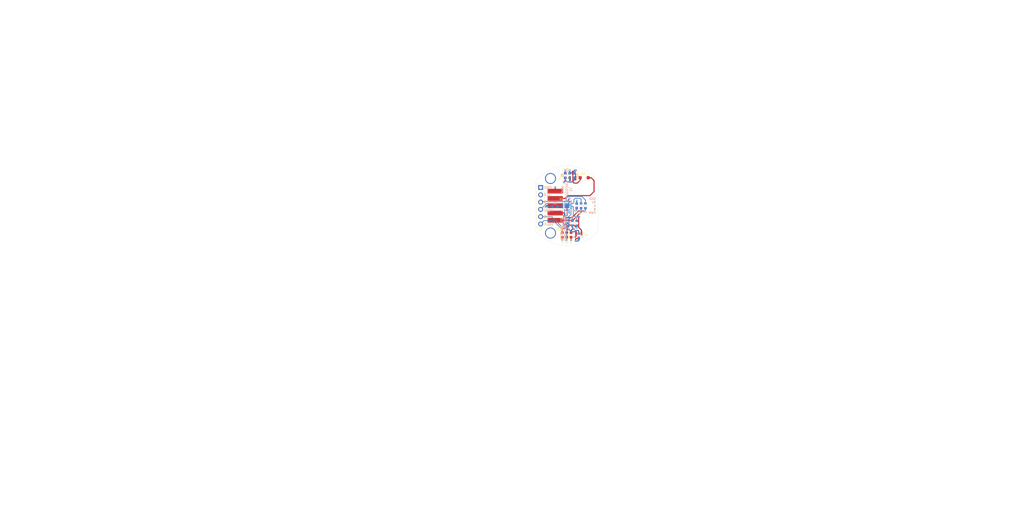
<source format=kicad_pcb>
(kicad_pcb (version 20240108) (generator "pcbnew") (generator_version "8.0")
  (title_block (title "Mag Encoder") (date "2024-08-25") (rev "1") (company "971 Spartan Robotics"))
  (layers (0 "F.Cu" signal) (1 "In1.Cu" signal) (2 "In2.Cu" signal) (31 "B.Cu" signal) (34 "B.Paste" user) (35 "F.Paste" user) (36 "B.SilkS" user "B.Silkscreen") (37 "F.SilkS" user "F.Silkscreen") (38 "B.Mask" user) (39 "F.Mask" user) (44 "Edge.Cuts" user))
  (net 0 "")
  (net 1 "+3.3V")
  (net 2 "GND")
  (net 3 "+5V")
  (net 4 "Net-(D4-A)")
  (net 5 "Net-(D1-K)")
  (net 6 "Net-(D3-A)")
  (net 7 "+5V_IN")
  (net 8 "Net-(D4-K)")
  (net 9 "/A")
  (net 10 "/B")
  (net 11 "/PWM")
  (net 12 "Net-(Q1-D)")
  (net 13 "Net-(Q1-G)")
  (net 14 "Net-(D5-A)")
  (net 15 "Net-(U2-B)")
  (net 16 "Net-(U2-PWM)")
  (net 17 "Net-(U2-A)")
  (net 19 "/MISO")
  (net 22 "/CS")
  (net 23 "/MOSI")
  (net 24 "/SCLK")
  (footprint "mag-encoder:pin-0.100" (layer "F.Cu") (at 224.8408 114.046 180)
    (property "Reference" "H1" (hide yes))
    (property "Value" "MountingHole")
    (pad "" thru_hole circle (at 0 0 180) (size 3.81 3.81) (drill 3.175) (layers "*.Cu" "*.Mask"))
  )
  (footprint "LED_SMD:LED_0603_1608Metric" (layer "F.Cu") (at 229.997 113.03 -90)
    (property "Reference" "D1" (at -0.0254 1.2446 90) (layer "F.SilkS") (effects (font (size 0.635 0.635) (thickness 0.127))))
    (property "Value" "ON" (at -2.3114 0 180) (layer "F.SilkS") (effects (font (size 0.635 0.635) (thickness 0.127) (bold yes))))
    (fp_line (start -1.485 0.735) (end 0.8 0.735) (stroke (width 0.12)) (layer "F.SilkS"))
    (fp_line (start -1.485 -0.735) (end -1.485 0.735) (stroke (width 0.12)) (layer "F.SilkS"))
    (fp_line (start 0.8 -0.735) (end -1.485 -0.735) (stroke (width 0.12)) (layer "F.SilkS"))
    (pad "1" smd roundrect (at -0.7875 0 270) (size 0.875 0.95) (layers "F.Cu" "F.Paste" "F.Mask") (net 5 "Net-(D1-K)"))
    (pad "2" smd roundrect (at 0.7875 0 270) (size 0.875 0.95) (layers "F.Cu" "F.Paste" "F.Mask") (net 1 "+3.3V"))
  )
  (footprint "LED_SMD:LED_0603_1608Metric" (layer "F.Cu") (at 228.981 133.731 90)
    (property "Reference" "D3" (at 2.032 -1.7272 90) (layer "F.SilkS") (effects (font (size 0.635 0.635) (thickness 0.127))))
    (property "Value" "LO" (at -2.5654 -0.008467 90) (layer "F.SilkS") (effects (font (size 0.635 0.635) (thickness 0.127) (bold yes))))
    (fp_line (start 0.8 -0.735) (end -1.485 -0.735) (stroke (width 0.12)) (layer "F.SilkS"))
    (fp_line (start -1.485 -0.735) (end -1.485 0.735) (stroke (width 0.12)) (layer "F.SilkS"))
    (fp_line (start -1.485 0.735) (end 0.8 0.735) (stroke (width 0.12)) (layer "F.SilkS"))
    (pad "1" smd roundrect (at -0.7875 0 90) (size 0.875 0.95) (layers "F.Cu" "F.Paste" "F.Mask") (net 2 "GND"))
    (pad "2" smd roundrect (at 0.7875 0 90) (size 0.875 0.95) (layers "F.Cu" "F.Paste" "F.Mask") (net 6 "Net-(D3-A)"))
  )
  (footprint "Package_TO_SOT_SMD:SOT-23" (layer "F.Cu") (at 234.696 134.112 -90)
    (property "Reference" "Q1" (at -0.3048 -2.6162 360) (layer "F.SilkS") (effects (font (size 0.635 0.635) (thickness 0.127))))
    (property "Value" "BSS84")
    (fp_line (start 0 1.56) (end -0.65 1.56) (stroke (width 0.12)) (layer "F.SilkS"))
    (fp_line (start 0 1.56) (end 0.65 1.56) (stroke (width 0.12)) (layer "F.SilkS"))
    (fp_line (start 0 -1.56) (end -0.65 -1.56) (stroke (width 0.12)) (layer "F.SilkS"))
    (fp_line (start 0 -1.56) (end 0.65 -1.56) (stroke (width 0.12)) (layer "F.SilkS"))
    (fp_poly (pts (xy -1.1625 -1.51) (xy -1.4025 -1.84) (xy -0.9225 -1.84) (xy -1.1625 -1.51)) (stroke (width 0.12)) (fill solid) (layer "F.SilkS"))
    (pad "1" smd roundrect (at -0.9375 -0.95 270) (size 1.475 0.6) (layers "F.Cu" "F.Paste" "F.Mask") (net 13 "Net-(Q1-G)"))
    (pad "2" smd roundrect (at -0.9375 0.95 270) (size 1.475 0.6) (layers "F.Cu" "F.Paste" "F.Mask") (net 1 "+3.3V"))
    (pad "3" smd roundrect (at 0.9375 0 270) (size 1.475 0.6) (layers "F.Cu" "F.Paste" "F.Mask") (net 12 "Net-(Q1-D)"))
  )
  (footprint "Package_TO_SOT_SMD:SOT-23" (layer "F.Cu") (at 232.6132 113.03 90)
    (property "Reference" "U1" (at 1.1176 1.4732 0) (layer "F.SilkS") (effects (font (size 0.635 0.635) (thickness 0.127))))
    (property "Value" "AP2120N-3.3TRG1")
    (fp_line (start 0 -1.56) (end 0.65 -1.56) (stroke (width 0.12)) (layer "F.SilkS"))
    (fp_line (start 0 -1.56) (end -0.65 -1.56) (stroke (width 0.12)) (layer "F.SilkS"))
    (fp_line (start 0 1.56) (end 0.65 1.56) (stroke (width 0.12)) (layer "F.SilkS"))
    (fp_line (start 0 1.56) (end -0.65 1.56) (stroke (width 0.12)) (layer "F.SilkS"))
    (fp_poly (pts (xy -1.1625 -1.51) (xy -1.4025 -1.84) (xy -0.9225 -1.84) (xy -1.1625 -1.51)) (stroke (width 0.12)) (fill solid) (layer "F.SilkS"))
    (pad "1" smd roundrect (at -0.9375 -0.95 90) (size 1.475 0.6) (layers "F.Cu" "F.Paste" "F.Mask") (net 2 "GND"))
    (pad "2" smd roundrect (at -0.9375 0.95 90) (size 1.475 0.6) (layers "F.Cu" "F.Paste" "F.Mask") (net 1 "+3.3V"))
    (pad "3" smd roundrect (at 0.9375 0 90) (size 1.475 0.6) (layers "F.Cu" "F.Paste" "F.Mask") (net 3 "+5V"))
  )
  (footprint "mag-encoder:Molex-70634-0039" (layer "F.Cu") (at 241.4778 123.571 90)
    (property "Reference" "J2" (at 9.4742 -13.5636 0) (layer "F.SilkS") (effects (font (size 0.635 0.635) (thickness 0.127))))
    (property "Value" "0015912055")
    (pad "" np_thru_hole circle (at -6.48 -4.3 90) (size 3.4 3.4) (drill 3.4) (layers "F&B.Cu" "*.Mask") (clearance 0.635))
    (pad "" np_thru_hole circle (at 6.48 -4.3 90) (size 3.4 3.4) (drill 3.4) (layers "F&B.Cu" "*.Mask") (clearance 0.635))
    (pad "1" smd roundrect (at 5.08 -14.99 90) (size 1.65 5.33) (layers "F.Cu" "F.Paste" "F.Mask") (roundrect_rratio 0.07352941176) (net 2 "GND"))
    (pad "2" smd roundrect (at 2.54 -14.99 90) (size 1.65 5.33) (layers "F.Cu" "F.Paste" "F.Mask") (roundrect_rratio 0.07352941176) (net 7 "+5V_IN"))
    (pad "3" smd roundrect (at 0 -14.99 90) (size 1.65 5.33) (layers "F.Cu" "F.Paste" "F.Mask") (roundrect_rratio 0.07352941176) (net 9 "/A"))
    (pad "4" smd roundrect (at -2.54 -14.99 90) (size 1.65 5.33) (layers "F.Cu" "F.Paste" "F.Mask") (roundrect_rratio 0.07352941176) (net 10 "/B"))
    (pad "5" smd roundrect (at -5.08 -14.99 90) (size 1.65 5.33) (layers "F.Cu" "F.Paste" "F.Mask") (roundrect_rratio 0.07352941176) (net 11 "/PWM"))
  )
  (footprint "LED_SMD:LED_0603_1608Metric" (layer "F.Cu") (at 230.505 133.731 90)
    (property "Reference" "D4" (at 2.032 -2.3876 90) (layer "F.SilkS") (effects (font (size 0.635 0.635) (thickness 0.127))))
    (property "Value" "OK" (at -2.504924 0.008466 90) (layer "F.SilkS") (effects (font (size 0.635 0.635) (thickness 0.127) (bold yes))))
    (fp_line (start 0.8 -0.735) (end -1.485 -0.735) (stroke (width 0.12)) (layer "F.SilkS"))
    (fp_line (start -1.485 -0.735) (end -1.485 0.735) (stroke (width 0.12)) (layer "F.SilkS"))
    (fp_line (start -1.485 0.735) (end 0.8 0.735) (stroke (width 0.12)) (layer "F.SilkS"))
    (pad "1" smd roundrect (at -0.7875 0 90) (size 0.875 0.95) (layers "F.Cu" "F.Paste" "F.Mask") (net 8 "Net-(D4-K)"))
    (pad "2" smd roundrect (at 0.7875 0 90) (size 0.875 0.95) (layers "F.Cu" "F.Paste" "F.Mask") (net 4 "Net-(D4-A)"))
  )
  (footprint "Connector_PinHeader_2.54mm:PinHeader_1x06_P2.54mm_Vertical" (layer "F.Cu") (at 221.4118 117.221)
    (property "Reference" "J1" (at 0.0508 14.7066 0) (layer "F.SilkS") (effects (font (size 0.635 0.635) (thickness 0.127) (bold yes))))
    (property "Value" "CONFIG")
    (fp_line (start -1.33 -1.33) (end 0 -1.33) (stroke (width 0.12)) (layer "F.SilkS"))
    (fp_line (start -1.33 0) (end -1.33 -1.33) (stroke (width 0.12)) (layer "F.SilkS"))
    (fp_line (start -1.33 1.27) (end -1.33 14.03) (stroke (width 0.12)) (layer "F.SilkS"))
    (fp_line (start -1.33 1.27) (end 1.33 1.27) (stroke (width 0.12)) (layer "F.SilkS"))
    (fp_line (start -1.33 14.03) (end 1.33 14.03) (stroke (width 0.12)) (layer "F.SilkS"))
    (fp_line (start 1.33 1.27) (end 1.33 14.03) (stroke (width 0.12)) (layer "F.SilkS"))
    (pad "1" thru_hole rect (at 0 0) (size 1.7 1.7) (drill 1) (layers "*.Cu" "*.Mask") (net 2 "GND"))
    (pad "2" thru_hole oval (at 0 2.54) (size 1.7 1.7) (drill 1) (layers "*.Cu" "*.Mask") (net 1 "+3.3V"))
    (pad "3" thru_hole oval (at 0 5.08) (size 1.7 1.7) (drill 1) (layers "*.Cu" "*.Mask") (net 22 "/CS"))
    (pad "4" thru_hole oval (at 0 7.62) (size 1.7 1.7) (drill 1) (layers "*.Cu" "*.Mask") (net 23 "/MOSI"))
    (pad "5" thru_hole oval (at 0 10.16) (size 1.7 1.7) (drill 1) (layers "*.Cu" "*.Mask") (net 19 "/MISO"))
    (pad "6" thru_hole oval (at 0 12.7) (size 1.7 1.7) (drill 1) (layers "*.Cu" "*.Mask") (net 24 "/SCLK"))
  )
  (footprint "Diode_SMD:D_SOD-123F" (layer "F.Cu") (at 236.601 113.792)
    (property "Reference" "D2" (at -0.381 -1.5748 360) (layer "F.SilkS") (effects (font (size 0.635 0.635) (thickness 0.127))))
    (property "Value" "NRVB120VLSFT1G")
    (fp_line (start -2.21 -1) (end -2.21 1) (stroke (width 0.12)) (layer "F.SilkS"))
    (fp_line (start -2.21 -1) (end 1.65 -1) (stroke (width 0.12)) (layer "F.SilkS"))
    (fp_line (start -2.21 1) (end 1.65 1) (stroke (width 0.12)) (layer "F.SilkS"))
    (pad "1" smd roundrect (at -1.4 0) (size 1.1 1.1) (layers "F.Cu" "F.Paste" "F.Mask") (roundrect_rratio 0.2272727273) (net 3 "+5V"))
    (pad "2" smd roundrect (at 1.4 0) (size 1.1 1.1) (layers "F.Cu" "F.Paste" "F.Mask") (roundrect_rratio 0.2272727273) (net 7 "+5V_IN"))
  )
  (footprint "LED_SMD:LED_0603_1608Metric" (layer "F.Cu") (at 232.029 133.731 90)
    (property "Reference" "D5" (at 2.032 -3.048 90) (layer "F.SilkS") (effects (font (size 0.635 0.635) (thickness 0.127))))
    (property "Value" "HI" (at -2.671234 -0.0254 90) (layer "F.SilkS") (effects (font (size 0.635 0.635) (thickness 0.127) (bold yes))))
    (fp_line (start 0.8 -0.735) (end -1.485 -0.735) (stroke (width 0.12)) (layer "F.SilkS"))
    (fp_line (start -1.485 -0.735) (end -1.485 0.735) (stroke (width 0.12)) (layer "F.SilkS"))
    (fp_line (start -1.485 0.735) (end 0.8 0.735) (stroke (width 0.12)) (layer "F.SilkS"))
    (pad "1" smd roundrect (at -0.7875 0 90) (size 0.875 0.95) (layers "F.Cu" "F.Paste" "F.Mask") (net 2 "GND"))
    (pad "2" smd roundrect (at 0.7875 0 90) (size 0.875 0.95) (layers "F.Cu" "F.Paste" "F.Mask") (net 14 "Net-(D5-A)"))
  )
  (footprint "mag-encoder:pin-0.100" (layer "F.Cu") (at 224.8408 133.096 180)
    (property "Reference" "H2" (hide yes))
    (property "Value" "MountingHole")
    (pad "" thru_hole circle (at 0 0 180) (size 3.81 3.81) (drill 3.175) (layers "*.Cu" "*.Mask"))
  )
  (footprint "Resistor_SMD:R_0603_1608Metric" (layer "B.Cu") (at 226.3648 123.825 180)
    (property "Reference" "R4" (at 0.0254 1.0922 0) (layer "B.SilkS") (effects (font (size 0.635 0.635) (thickness 0.127)) (justify mirror)))
    (property "Value" "100R-1%-0603")
    (fp_line (start 0.237258 0.5225) (end -0.237258 0.5225) (stroke (width 0.12)) (layer "B.SilkS"))
    (fp_line (start 0.237258 -0.5225) (end -0.237258 -0.5225) (stroke (width 0.12)) (layer "B.SilkS"))
    (pad "1" smd roundrect (at -0.825 0 180) (size 0.8 0.95) (layers "B.Cu" "B.Paste" "B.Mask") (net 17 "Net-(U2-A)"))
    (pad "2" smd roundrect (at 0.825 0 180) (size 0.8 0.95) (layers "B.Cu" "B.Paste" "B.Mask") (net 9 "/A"))
  )
  (footprint "Capacitor_SMD:C_0603_1608Metric" (layer "B.Cu") (at 233.9848 123.571 90)
    (property "Reference" "C3" (at -2.032 0.0508 90) (layer "B.SilkS") (effects (font (size 0.635 0.635) (thickness 0.127)) (justify mirror)))
    (property "Value" "1uF-10%-25V-0603")
    (fp_line (start 0.14058 -0.51) (end -0.14058 -0.51) (stroke (width 0.12)) (layer "B.SilkS"))
    (fp_line (start 0.14058 0.51) (end -0.14058 0.51) (stroke (width 0.12)) (layer "B.SilkS"))
    (pad "1" smd roundrect (at -0.775 0 90) (size 0.9 0.95) (layers "B.Cu" "B.Paste" "B.Mask") (net 1 "+3.3V"))
    (pad "2" smd roundrect (at 0.775 0 90) (size 0.9 0.95) (layers "B.Cu" "B.Paste" "B.Mask") (net 2 "GND"))
  )
  (footprint "Capacitor_SMD:C_0603_1608Metric" (layer "B.Cu") (at 231.521 113.03 -90)
    (property "Reference" "C2" (at -1.8542 0.5842 90) (layer "B.SilkS") (effects (font (size 0.635 0.635) (thickness 0.127)) (justify mirror)))
    (property "Value" "1uF-10%-25V-0603")
    (fp_line (start 0.14058 0.51) (end -0.14058 0.51) (stroke (width 0.12)) (layer "B.SilkS"))
    (fp_line (start 0.14058 -0.51) (end -0.14058 -0.51) (stroke (width 0.12)) (layer "B.SilkS"))
    (pad "1" smd roundrect (at -0.775 0 270) (size 0.9 0.95) (layers "B.Cu" "B.Paste" "B.Mask") (net 3 "+5V"))
    (pad "2" smd roundrect (at 0.775 0 270) (size 0.9 0.95) (layers "B.Cu" "B.Paste" "B.Mask") (net 2 "GND"))
  )
  (footprint "Resistor_SMD:R_0603_1608Metric" (layer "B.Cu") (at 232.4608 129.667 -90)
    (property "Reference" "R6" (at -2.0828 0 90) (layer "B.SilkS") (effects (font (size 0.635 0.635) (thickness 0.127)) (justify mirror)))
    (property "Value" "1.00k-1%-0603")
    (fp_line (start 0.237258 0.5225) (end -0.237258 0.5225) (stroke (width 0.12)) (layer "B.SilkS"))
    (fp_line (start 0.237258 -0.5225) (end -0.237258 -0.5225) (stroke (width 0.12)) (layer "B.SilkS"))
    (pad "1" smd roundrect (at -0.825 0 270) (size 0.8 0.95) (layers "B.Cu" "B.Paste" "B.Mask") (net 8 "Net-(D4-K)"))
    (pad "2" smd roundrect (at 0.825 0 270) (size 0.8 0.95) (layers "B.Cu" "B.Paste" "B.Mask") (net 14 "Net-(D5-A)"))
  )
  (footprint "Resistor_SMD:R_0603_1608Metric" (layer "B.Cu") (at 234.696 134.112 90)
    (property "Reference" "R7" (at -0.0254 1.2446 90) (layer "B.SilkS") (effects (font (size 0.635 0.635) (thickness 0.127)) (justify mirror)))
    (property "Value" "1.00k-1%-0603")
    (fp_line (start 0.237258 -0.5225) (end -0.237258 -0.5225) (stroke (width 0.12)) (layer "B.SilkS"))
    (fp_line (start 0.237258 0.5225) (end -0.237258 0.5225) (stroke (width 0.12)) (layer "B.SilkS"))
    (pad "1" smd roundrect (at -0.825 0 90) (size 0.8 0.95) (layers "B.Cu" "B.Paste" "B.Mask") (net 12 "Net-(Q1-D)"))
    (pad "2" smd roundrect (at 0.825 0 90) (size 0.8 0.95) (layers "B.Cu" "B.Paste" "B.Mask") (net 4 "Net-(D4-A)"))
  )
  (footprint "Resistor_SMD:R_0603_1608Metric" (layer "B.Cu") (at 237.0328 123.571 -90)
    (property "Reference" "R2" (at 2.032 0 90) (layer "B.SilkS") (effects (font (size 0.635 0.635) (thickness 0.127)) (justify mirror)))
    (property "Value" "100R-1%-0603")
    (fp_line (start 0.237258 0.5225) (end -0.237258 0.5225) (stroke (width 0.12)) (layer "B.SilkS"))
    (fp_line (start 0.237258 -0.5225) (end -0.237258 -0.5225) (stroke (width 0.12)) (layer "B.SilkS"))
    (pad "1" smd roundrect (at -0.825 0 270) (size 0.8 0.95) (layers "B.Cu" "B.Paste" "B.Mask") (net 15 "Net-(U2-B)"))
    (pad "2" smd roundrect (at 0.825 0 270) (size 0.8 0.95) (layers "B.Cu" "B.Paste" "B.Mask") (net 10 "/B"))
  )
  (footprint "Resistor_SMD:R_0603_1608Metric" (layer "B.Cu") (at 235.5088 123.571 -90)
    (property "Reference" "R3" (at 2.032 0 90) (layer "B.SilkS") (effects (font (size 0.635 0.635) (thickness 0.127)) (justify mirror)))
    (property "Value" "100R-1%-0603")
    (fp_line (start 0.237258 0.5225) (end -0.237258 0.5225) (stroke (width 0.12)) (layer "B.SilkS"))
    (fp_line (start 0.237258 -0.5225) (end -0.237258 -0.5225) (stroke (width 0.12)) (layer "B.SilkS"))
    (pad "1" smd roundrect (at -0.825 0 270) (size 0.8 0.95) (layers "B.Cu" "B.Paste" "B.Mask") (net 16 "Net-(U2-PWM)"))
    (pad "2" smd roundrect (at 0.825 0 270) (size 0.8 0.95) (layers "B.Cu" "B.Paste" "B.Mask") (net 11 "/PWM"))
  )
  (footprint "Capacitor_SMD:C_0603_1608Metric" (layer "B.Cu") (at 233.045 113.03 -90)
    (property "Reference" "C1" (at 0 -1.1176 90) (layer "B.SilkS") (effects (font (size 0.635 0.635) (thickness 0.127) (bold yes)) (justify mirror)))
    (property "Value" "1uF-10%-25V-0603")
    (fp_line (start 0.14058 0.51) (end -0.14058 0.51) (stroke (width 0.12)) (layer "B.SilkS"))
    (fp_line (start 0.14058 -0.51) (end -0.14058 -0.51) (stroke (width 0.12)) (layer "B.SilkS"))
    (pad "1" smd roundrect (at -0.775 0 270) (size 0.9 0.95) (layers "B.Cu" "B.Paste" "B.Mask") (net 1 "+3.3V"))
    (pad "2" smd roundrect (at 0.775 0 270) (size 0.9 0.95) (layers "B.Cu" "B.Paste" "B.Mask") (net 2 "GND"))
  )
  (footprint "mag-encoder:QFN-16-1EP_3x3mm_P0.5mm_EP1.7x1.7mm" (layer "B.Cu") (at 230.5558 123.571)
    (property "Reference" "U2" (at -1.9304 -2.3368 0) (layer "B.SilkS") (effects (font (size 0.635 0.635) (thickness 0.127)) (justify mirror)))
    (property "Value" "MA732GQ")
    (fp_line (start -1.61 -1.61) (end -1.135 -1.61) (stroke (width 0.12)) (layer "B.SilkS"))
    (fp_line (start -1.61 -1.135) (end -1.61 -1.61) (stroke (width 0.12)) (layer "B.SilkS"))
    (fp_line (start -1.61 1.37) (end -1.61 1.135) (stroke (width 0.12)) (layer "B.SilkS"))
    (fp_line (start -1.31 1.61) (end -1.135 1.61) (stroke (width 0.12)) (layer "B.SilkS"))
    (fp_line (start 1.61 -1.61) (end 1.135 -1.61) (stroke (width 0.12)) (layer "B.SilkS"))
    (fp_line (start 1.61 -1.135) (end 1.61 -1.61) (stroke (width 0.12)) (layer "B.SilkS"))
    (fp_line (start 1.61 1.135) (end 1.61 1.61) (stroke (width 0.12)) (layer "B.SilkS"))
    (fp_line (start 1.61 1.61) (end 1.135 1.61) (stroke (width 0.12)) (layer "B.SilkS"))
    (fp_poly (pts (xy -1.61 1.61) (xy -1.85 1.94) (xy -1.37 1.94) (xy -1.61 1.61)) (stroke (width 0.12)) (fill solid) (layer "B.SilkS"))
    (pad "1" smd roundrect (at -1.45 0.738) (size 0.7 0.25) (layers "B.Cu" "B.Paste" "B.Mask"))
    (pad "2" smd roundrect (at -1.45 0.238) (size 0.7 0.25) (layers "B.Cu" "B.Paste" "B.Mask") (net 17 "Net-(U2-A)"))
    (pad "3" smd roundrect (at -1.45 -0.262) (size 0.7 0.25) (layers "B.Cu" "B.Paste" "B.Mask"))
    (pad "4" smd roundrect (at -1.45 -0.762) (size 0.7 0.25) (layers "B.Cu" "B.Paste" "B.Mask") (net 23 "/MOSI"))
    (pad "5" smd roundrect (at -0.75 -1.45) (size 0.25 0.7) (layers "B.Cu" "B.Paste" "B.Mask") (net 22 "/CS"))
    (pad "6" smd roundrect (at -0.25 -1.45) (size 0.25 0.7) (layers "B.Cu" "B.Paste" "B.Mask") (net 15 "Net-(U2-B)"))
    (pad "7" smd roundrect (at 0.25 -1.45) (size 0.25 0.7) (layers "B.Cu" "B.Paste" "B.Mask") (net 19 "/MISO"))
    (pad "8" smd roundrect (at 0.75 -1.45) (size 0.25 0.7) (layers "B.Cu" "B.Paste" "B.Mask") (net 2 "GND"))
    (pad "9" smd roundrect (at 1.45 -0.75) (size 0.7 0.25) (layers "B.Cu" "B.Paste" "B.Mask") (net 16 "Net-(U2-PWM)"))
    (pad "10" smd roundrect (at 1.45 -0.25) (size 0.7 0.25) (layers "B.Cu" "B.Paste" "B.Mask") (net 2 "GND"))
    (pad "11" smd roundrect (at 1.45 0.25) (size 0.7 0.25) (layers "B.Cu" "B.Paste" "B.Mask") (net 13 "Net-(Q1-G)"))
    (pad "12" smd roundrect (at 1.45 0.75) (size 0.7 0.25) (layers "B.Cu" "B.Paste" "B.Mask") (net 24 "/SCLK"))
    (pad "13" smd roundrect (at 0.75 1.45) (size 0.25 0.7) (layers "B.Cu" "B.Paste" "B.Mask") (net 1 "+3.3V"))
    (pad "14" smd roundrect (at 0.25 1.45) (size 0.25 0.7) (layers "B.Cu" "B.Paste" "B.Mask"))
    (pad "15" smd roundrect (at -0.25 1.45) (size 0.25 0.7) (layers "B.Cu" "B.Paste" "B.Mask"))
    (pad "16" smd roundrect (at -0.75 1.45) (size 0.25 0.7) (layers "B.Cu" "B.Paste" "B.Mask") (net 8 "Net-(D4-K)"))
    (pad "17" smd rect (at 0 0) (size 1.7 1.7) (property pad_prop_heatsink) (layers "B.Cu" "B.Mask") (net 2 "GND"))
  )
  (footprint "Resistor_SMD:R_0603_1608Metric" (layer "B.Cu") (at 233.9848 129.667 -90)
    (property "Reference" "R5" (at -2.0828 0.1016 90) (layer "B.SilkS") (effects (font (size 0.635 0.635) (thickness 0.127)) (justify mirror)))
    (property "Value" "1.00k-1%-0603")
    (fp_line (start 0.237258 0.5225) (end -0.237258 0.5225) (stroke (width 0.12)) (layer "B.SilkS"))
    (fp_line (start 0.237258 -0.5225) (end -0.237258 -0.5225) (stroke (width 0.12)) (layer "B.SilkS"))
    (pad "1" smd roundrect (at -0.825 0 270) (size 0.8 0.95) (layers "B.Cu" "B.Paste" "B.Mask") (net 13 "Net-(Q1-G)"))
    (pad "2" smd roundrect (at 0.825 0 270) (size 0.8 0.95) (layers "B.Cu" "B.Paste" "B.Mask") (net 6 "Net-(D3-A)"))
  )
  (footprint "Resistor_SMD:R_0603_1608Metric" (layer "B.Cu") (at 229.997 113.03 -90)
    (property "Reference" "R1" (at 0 1.1176 90) (layer "B.SilkS") (effects (font (size 0.635 0.635) (thickness 0.127) (bold yes)) (justify mirror)))
    (property "Value" "1.00k-1%-0603")
    (fp_line (start 0.237258 0.5225) (end -0.237258 0.5225) (stroke (width 0.12)) (layer "B.SilkS"))
    (fp_line (start 0.237258 -0.5225) (end -0.237258 -0.5225) (stroke (width 0.12)) (layer "B.SilkS"))
    (pad "1" smd roundrect (at -0.825 0 270) (size 0.8 0.95) (layers "B.Cu" "B.Paste" "B.Mask") (net 5 "Net-(D1-K)"))
    (pad "2" smd roundrect (at 0.825 0 270) (size 0.8 0.95) (layers "B.Cu" "B.Paste" "B.Mask") (net 2 "GND"))
  )
  (gr_line (start 226.7966 130.81) (end 229.235 130.81) (stroke (width 0.1)) (layer "F.SilkS"))
  (gr_line (start 229.235 130.81) (end 228.9556 131.0386) (stroke (width 0.1)) (layer "F.SilkS"))
  (gr_line (start 229.235 130.81) (end 228.9556 130.5814) (stroke (width 0.1)) (layer "F.SilkS"))
  (gr_line (start 241.4778 114.935) (end 241.4778 132.207) (stroke (width 0.05)) (layer "Edge.Cuts"))
  (gr_line (start 219.6338 114.935) (end 219.6338 132.207) (stroke (width 0.05)) (layer "Edge.Cuts"))
  (gr_arc (start 241.4778 132.207) (mid 230.560775 137.489921) (end 219.63998 132.214799) (stroke (width 0.05)) (layer "Edge.Cuts"))
  (gr_arc (start 219.6338 114.935) (mid 230.5558 109.642432) (end 241.4778 114.935) (stroke (width 0.05)) (layer "Edge.Cuts"))
  (gr_text "CS" (at 222.504 122.301 0) (layer "B.SilkS") (effects (font (size 0.889 0.889) (thickness 0.1524) (bold yes)) (justify right mirror)))
  (gr_text "GND" (at 222.504 117.2464 0) (layer "B.SilkS") (effects (font (size 0.889 0.889) (thickness 0.1524) (bold yes)) (justify right mirror)))
  (gr_text "MISO" (at 222.504 127.381 0) (layer "B.SilkS") (effects (font (size 0.889 0.889) (thickness 0.1524) (bold yes)) (justify right mirror)))
  (gr_text "3V3" (at 222.504 119.761 0) (layer "B.SilkS") (effects (font (size 0.889 0.889) (thickness 0.1524) (bold yes)) (justify right mirror)))
  (gr_text "GND\n5V\nA\nB\nPWM" (at 240.7666 123.5964 -0) (layer "B.SilkS") (effects (font (size 0.762 0.762) (thickness 0.1524) (bold yes)) (justify left mirror)))
  (gr_text "971 SPARTAN\nROBOTICS 2024" (at 228.3968 131.572 90) (layer "B.SilkS") (effects (font (size 0.762 0.762) (thickness 0.1524) (bold yes)) (justify top mirror)))
  (gr_text "MOSI" (at 222.504 125.222 0) (layer "B.SilkS") (effects (font (size 0.889 0.889) (thickness 0.1524) (bold yes)) (justify right mirror)))
  (gr_text "MAG\nENCODER\nV1" (at 230.5558 117.983 90) (layer "B.SilkS") (effects (font (size 0.889 0.889) (thickness 0.1524) (bold yes)) (justify mirror)))
  (gr_text "SCLK" (at 222.504 129.921 0) (layer "B.SilkS") (effects (font (size 0.889 0.889) (thickness 0.1524) (bold yes)) (justify right mirror)))
  (gr_text "1" (at 224.917 116.9416 90) (layer "F.SilkS") (effects (font (size 0.889 0.889) (thickness 0.1524) (bold yes)) (justify bottom)))
  (gr_text "5" (at 224.8916 130.2258 90) (layer "F.SilkS") (effects (font (size 0.889 0.889) (thickness 0.1524) (bold yes)) (justify bottom)))
  (segment (start 233.2482 134.5184) (end 233.4514 134.5184) (width 0.381) (layer "F.Cu") (net 1))
  (segment (start 233.7054 111.1758) (end 233.553 111.3282) (width 0.381) (layer "F.Cu") (net 1))
  (segment (start 233.4514 134.5184) (end 233.746 134.2238) (width 0.381) (layer "F.Cu") (net 1))
  (segment (start 229.997 113.8175) (end 229.997 114.9096) (width 0.381) (layer "F.Cu") (net 1))
  (segment (start 233.553 113.9573) (end 233.5632 113.9675) (width 0.381) (layer "F.Cu") (net 1))
  (segment (start 229.997 114.9096) (end 229.489 115.4176) (width 0.381) (layer "F.Cu") (net 1))
  (segment (start 233.746 134.2238) (end 233.746 133.1745) (width 0.381) (layer "F.Cu") (net 1))
  (segment (start 233.553 111.3282) (end 233.553 113.9573) (width 0.381) (layer "F.Cu") (net 1))
  (via (at 233.7054 111.1758) (size 0.6) (drill 0.3) (layers "F.Cu" "B.Cu") (net 1))
  (via (at 233.4641 125.2601) (size 0.6096) (drill 0.3048) (layers "F.Cu" "B.Cu") (net 1))
  (via (at 231.3178 125.984) (size 0.6096) (drill 0.3048) (layers "F.Cu" "B.Cu") (net 1))
  (via (at 233.2482 134.5184) (size 0.6) (drill 0.3) (layers "F.Cu" "B.Cu") (net 1))
  (via (at 229.489 115.4176) (size 0.6) (drill 0.3) (layers "F.Cu" "B.Cu") (net 1))
  (segment (start 233.045 111.4044) (end 233.2736 111.1758) (width 0.381) (layer "B.Cu") (net 1))
  (segment (start 233.045 112.255) (end 233.045 111.4044) (width 0.381) (layer "B.Cu") (net 1))
  (segment (start 233.7689 125.2601) (end 233.9848 125.0442) (width 0.381) (layer "B.Cu") (net 1))
  (segment (start 233.2736 111.1758) (end 233.7054 111.1758) (width 0.381) (layer "B.Cu") (net 1))
  (segment (start 233.4641 125.2601) (end 233.7689 125.2601) (width 0.381) (layer "B.Cu") (net 1))
  (segment (start 231.3058 125.021) (end 231.3058 125.972) (width 0.254) (layer "B.Cu") (net 1))
  (segment (start 233.9848 125.0442) (end 233.9848 124.346) (width 0.381) (layer "B.Cu") (net 1))
  (segment (start 231.3058 125.972) (end 231.3178 125.984) (width 0.254) (layer "B.Cu") (net 1))
  (segment (start 231.6632 113.9675) (end 231.6632 115.255) (width 0.381) (layer "F.Cu") (net 2))
  (segment (start 232.029 134.5185) (end 232.029 135.509) (width 0.381) (layer "F.Cu") (net 2))
  (segment (start 228.981 134.5185) (end 228.981 135.4836) (width 0.381) (layer "F.Cu") (net 2))
  (segment (start 226.4878 117.098) (end 226.4918 117.094) (width 0.381) (layer "F.Cu") (net 2))
  (segment (start 228.981 135.4836) (end 228.9556 135.509) (width 0.381) (layer "F.Cu") (net 2))
  (segment (start 231.6632 115.255) (end 231.6734 115.2652) (width 0.381) (layer "F.Cu") (net 2))
  (segment (start 226.4878 118.491) (end 226.4878 117.098) (width 0.381) (layer "F.Cu") (net 2))
  (via (at 231.6734 115.2652) (size 0.6) (drill 0.3) (layers "F.Cu" "B.Cu") (net 2))
  (via (at 226.4918 117.094) (size 0.6096) (drill 0.3048) (layers "F.Cu" "B.Cu") (net 2))
  (via (at 232.0036 122.0978) (size 0.6096) (drill 0.3048) (layers "F.Cu" "B.Cu") (net 2))
  (via (at 228.9556 135.509) (size 0.6) (drill 0.3) (layers "F.Cu" "B.Cu") (net 2))
  (via (at 232.029 135.509) (size 0.6) (drill 0.3) (layers "F.Cu" "B.Cu") (net 2))
  (via (at 233.9848 121.793) (size 0.6096) (drill 0.3048) (layers "F.Cu" "B.Cu") (net 2))
  (segment (start 231.521 115.1128) (end 231.6734 115.2652) (width 0.381) (layer "B.Cu") (net 2))
  (segment (start 231.308 122.1232) (end 231.9782 122.1232) (width 0.254) (layer "B.Cu") (net 2))
  (segment (start 231.3058 122.121) (end 231.3058 122.560024) (width 0.254) (layer "B.Cu") (net 2))
  (segment (start 230.6574 115.2652) (end 231.6734 115.2652) (width 0.381) (layer "B.Cu") (net 2))
  (segment (start 231.2875 122.578324) (end 231.2875 122.8393) (width 0.254) (layer "B.Cu") (net 2))
  (segment (start 231.3058 122.121) (end 231.308 122.1232) (width 0.254) (layer "B.Cu") (net 2))
  (segment (start 231.9782 122.1232) (end 232.0036 122.0978) (width 0.254) (layer "B.Cu") (net 2))
  (segment (start 232.0058 123.321) (end 230.8058 123.321) (width 0.254) (layer "B.Cu") (net 2))
  (segment (start 229.997 114.6048) (end 230.6574 115.2652) (width 0.381) (layer "B.Cu") (net 2))
  (segment (start 231.3058 122.560024) (end 231.2875 122.578324) (width 0.254) (layer "B.Cu") (net 2))
  (segment (start 230.8058 123.321) (end 230.5558 123.571) (width 0.254) (layer "B.Cu") (net 2))
  (segment (start 231.2875 122.8393) (end 230.5558 123.571) (width 0.254) (layer "B.Cu") (net 2))
  (segment (start 233.045 113.805) (end 233.045 114.8588) (width 0.381) (layer "B.Cu") (net 2))
  (segment (start 229.997 113.855) (end 229.997 114.6048) (width 0.381) (layer "B.Cu") (net 2))
  (segment (start 233.045 114.8588) (end 232.6386 115.2652) (width 0.381) (layer "B.Cu") (net 2))
  (segment (start 232.6386 115.2652) (end 231.6734 115.2652) (width 0.381) (layer "B.Cu") (net 2))
  (segment (start 231.521 113.805) (end 231.521 115.1128) (width 0.381) (layer "B.Cu") (net 2))
  (segment (start 233.9848 122.796) (end 233.9848 121.793) (width 0.381) (layer "B.Cu") (net 2))
  (segment (start 235.201 113.792) (end 235.201 114.6586) (width 0.381) (layer "F.Cu") (net 3))
  (segment (start 234.188 115.6716) (end 233.045 115.6716) (width 0.381) (layer "F.Cu") (net 3))
  (segment (start 232.6132 112.0925) (end 231.9043 112.0925) (width 0.381) (layer "F.Cu") (net 3))
  (segment (start 235.201 114.6586) (end 234.188 115.6716) (width 0.381) (layer "F.Cu") (net 3))
  (segment (start 233.045 115.6716) (end 232.6132 115.2398) (width 0.381) (layer "F.Cu") (net 3))
  (segment (start 231.5464 111.7346) (end 231.5464 111.2266) (width 0.381) (layer "F.Cu") (net 3))
  (segment (start 231.9043 112.0925) (end 231.5464 111.7346) (width 0.381) (layer "F.Cu") (net 3))
  (segment (start 232.6132 115.2398) (end 232.6132 112.0925) (width 0.381) (layer "F.Cu") (net 3))
  (via (at 231.5464 111.2266) (size 0.6) (drill 0.3) (layers "F.Cu" "B.Cu") (net 3))
  (segment (start 231.521 112.255) (end 231.521 111.252) (width 0.381) (layer "B.Cu") (net 3))
  (segment (start 231.521 111.252) (end 231.5464 111.2266) (width 0.381) (layer "B.Cu") (net 3))
  (segment (start 230.8352 131.826) (end 231.2924 131.826) (width 0.381) (layer "F.Cu") (net 4))
  (segment (start 230.505 132.9435) (end 230.505 132.1562) (width 0.381) (layer "F.Cu") (net 4))
  (segment (start 230.505 132.1562) (end 230.8352 131.826) (width 0.381) (layer "F.Cu") (net 4))
  (via (at 231.2924 131.826) (size 0.6) (drill 0.3) (layers "F.Cu" "B.Cu") (net 4))
  (segment (start 234.4166 132.1816) (end 233.597322 132.1816) (width 0.381) (layer "B.Cu") (net 4))
  (segment (start 234.696 133.287) (end 234.696 132.461) (width 0.381) (layer "B.Cu") (net 4))
  (segment (start 233.597322 132.1816) (end 233.140122 132.6388) (width 0.381) (layer "B.Cu") (net 4))
  (segment (start 234.696 132.461) (end 234.4166 132.1816) (width 0.381) (layer "B.Cu") (net 4))
  (segment (start 232.1052 132.6388) (end 231.2924 131.826) (width 0.381) (layer "B.Cu") (net 4))
  (segment (start 233.140122 132.6388) (end 232.1052 132.6388) (width 0.381) (layer "B.Cu") (net 4))
  (segment (start 229.997 112.2425) (end 229.997 111.2266) (width 0.381) (layer "F.Cu") (net 5))
  (via (at 229.997 111.2266) (size 0.6) (drill 0.3) (layers "F.Cu" "B.Cu") (net 5))
  (segment (start 229.997 111.2266) (end 229.997 112.205) (width 0.381) (layer "B.Cu") (net 5))
  (segment (start 229.9462 131.445) (end 229.362 131.445) (width 0.381) (layer "F.Cu") (net 6))
  (segment (start 233.004188 130.3274) (end 231.0638 130.3274) (width 0.381) (layer "F.Cu") (net 6))
  (segment (start 231.0638 130.3274) (end 229.9462 131.445) (width 0.381) (layer "F.Cu") (net 6))
  (segment (start 233.924399 131.2734) (end 233.924399 131.247611) (width 0.381) (layer "F.Cu") (net 6))
  (segment (start 228.981 131.826) (end 228.981 132.9435) (width 0.381) (layer "F.Cu") (net 6))
  (segment (start 229.362 131.445) (end 228.981 131.826) (width 0.381) (layer "F.Cu") (net 6))
  (segment (start 233.924399 131.247611) (end 233.004188 130.3274) (width 0.381) (layer "F.Cu") (net 6))
  (via (at 233.924399 131.2734) (size 0.6) (drill 0.3) (layers "F.Cu" "B.Cu") (net 6))
  (segment (start 233.9848 131.212999) (end 233.9848 130.492) (width 0.381) (layer "B.Cu") (net 6))
  (segment (start 233.924399 131.2734) (end 233.9848 131.212999) (width 0.381) (layer "B.Cu") (net 6))
  (segment (start 229.8954 121.031) (end 230.886 120.0404) (width 0.381) (layer "F.Cu") (net 7))
  (segment (start 230.886 120.0404) (end 238.6076 120.0404) (width 0.381) (layer "F.Cu") (net 7))
  (segment (start 240.03 114.808) (end 239.014 113.792) (width 0.381) (layer "F.Cu") (net 7))
  (segment (start 240.03 118.618) (end 240.03 114.808) (width 0.381) (layer "F.Cu") (net 7))
  (segment (start 226.4878 121.031) (end 229.8954 121.031) (width 0.381) (layer "F.Cu") (net 7))
  (segment (start 238.6076 120.0404) (end 240.03 118.618) (width 0.381) (layer "F.Cu") (net 7))
  (segment (start 239.014 113.792) (end 238.001 113.792) (width 0.381) (layer "F.Cu") (net 7))
  (segment (start 231.267 129.3876) (end 231.0892 129.3876) (width 0.381) (layer "F.Cu") (net 8))
  (segment (start 230.505 134.5185) (end 230.505 135.5598) (width 0.381) (layer "F.Cu") (net 8))
  (segment (start 230.3907 130.0861) (end 229.368646 130.0861) (width 0.381) (layer "F.Cu") (net 8))
  (segment (start 231.0892 129.3876) (end 230.3907 130.0861) (width 0.381) (layer "F.Cu") (net 8))
  (via (at 230.505 135.5598) (size 0.6) (drill 0.3) (layers "F.Cu" "B.Cu") (net 8))
  (via (at 229.368646 130.0861) (size 0.6096) (drill 0.3048) (layers "F.Cu" "B.Cu") (net 8))
  (via (at 231.267 129.3876) (size 0.6096) (drill 0.3048) (layers "F.Cu" "B.Cu") (net 8))
  (segment (start 231.267 129.3876) (end 231.267 130.81) (width 0.381) (layer "B.Cu") (net 8))
  (segment (start 231.267 129.3876) (end 231.267 128.0922) (width 0.381) (layer "B.Cu") (net 8))
  (segment (start 231.5464 127.8128) (end 232.283 127.8128) (width 0.381) (layer "B.Cu") (net 8))
  (segment (start 231.267 130.81) (end 230.505 131.572) (width 0.381) (layer "B.Cu") (net 8))
  (segment (start 231.267 128.0922) (end 231.5464 127.8128) (width 0.381) (layer "B.Cu") (net 8))
  (segment (start 232.283 127.8128) (end 232.4608 127.9906) (width 0.381) (layer "B.Cu") (net 8))
  (segment (start 230.505 131.572) (end 230.505 135.5598) (width 0.381) (layer "B.Cu") (net 8))
  (segment (start 232.4608 127.9906) (end 232.4608 128.842) (width 0.381) (layer "B.Cu") (net 8))
  (segment (start 229.8058 126.6324) (end 229.8058 125.021) (width 0.254) (layer "B.Cu") (net 8))
  (segment (start 229.368646 127.069554) (end 229.8058 126.6324) (width 0.254) (layer "B.Cu") (net 8))
  (segment (start 229.368646 130.0861) (end 229.368646 127.069554) (width 0.254) (layer "B.Cu") (net 8))
  (segment (start 223.157754 123.857046) (end 223.4438 123.571) (width 0.381) (layer "F.Cu") (net 9))
  (segment (start 223.157754 124.046954) (end 223.157754 123.857046) (width 0.381) (layer "F.Cu") (net 9))
  (segment (start 223.4438 123.571) (end 226.4878 123.571) (width 0.381) (layer "F.Cu") (net 9))
  (via (at 223.157754 124.046954) (size 0.6096) (drill 0.3048) (layers "F.Cu" "B.Cu") (net 9))
  (segment (start 223.379708 123.825) (end 225.5398 123.825) (width 0.254) (layer "B.Cu") (net 9))
  (segment (start 223.157754 124.046954) (end 223.379708 123.825) (width 0.254) (layer "B.Cu") (net 9))
  (segment (start 236.232701 125.4252) (end 234.6198 125.4252) (width 0.381) (layer "F.Cu") (net 10))
  (segment (start 229.5906 126.111) (end 226.4878 126.111) (width 0.381) (layer "F.Cu") (net 10))
  (segment (start 232.3592 127.6858) (end 230.251 127.6858) (width 0.381) (layer "F.Cu") (net 10))
  (segment (start 236.2454 125.412501) (end 236.232701 125.4252) (width 0.381) (layer "F.Cu") (net 10))
  (segment (start 230.251 127.6858) (end 229.8446 127.2794) (width 0.381) (layer "F.Cu") (net 10))
  (segment (start 229.8446 126.365) (end 229.5906 126.111) (width 0.381) (layer "F.Cu") (net 10))
  (segment (start 234.6198 125.4252) (end 232.3592 127.6858) (width 0.381) (layer "F.Cu") (net 10))
  (segment (start 229.8446 127.2794) (end 229.8446 126.365) (width 0.381) (layer "F.Cu") (net 10))
  (via (at 236.2454 125.412501) (size 0.6096) (drill 0.3048) (layers "F.Cu" "B.Cu") (net 10))
  (segment (start 237.0328 125.349) (end 237.0328 124.396) (width 0.381) (layer "B.Cu") (net 10))
  (segment (start 236.969299 125.412501) (end 237.0328 125.349) (width 0.381) (layer "B.Cu") (net 10))
  (segment (start 236.2454 125.412501) (end 236.969299 125.412501) (width 0.381) (layer "B.Cu") (net 10))
  (segment (start 232.638289 128.651) (end 226.4878 128.651) (width 0.381) (layer "F.Cu") (net 11))
  (segment (start 234.911727 126.377562) (end 232.638289 128.651) (width 0.381) (layer "F.Cu") (net 11))
  (via (at 234.911727 126.377562) (size 0.6096) (drill 0.3048) (layers "F.Cu" "B.Cu") (net 11))
  (segment (start 234.911727 126.377562) (end 235.5088 125.780489) (width 0.381) (layer "B.Cu") (net 11))
  (segment (start 235.5088 125.780489) (end 235.5088 124.396) (width 0.381) (layer "B.Cu") (net 11))
  (segment (start 234.696 135.0495) (end 233.7839 135.0495) (width 0.381) (layer "F.Cu") (net 12))
  (segment (start 233.7839 135.0495) (end 233.6038 135.2296) (width 0.381) (layer "F.Cu") (net 12))
  (segment (start 233.6038 135.2296) (end 233.6038 135.89) (width 0.381) (layer "F.Cu") (net 12))
  (via (at 233.6038 135.89) (size 0.6) (drill 0.3) (layers "F.Cu" "B.Cu") (net 12))
  (segment (start 234.442 135.89) (end 234.696 135.636) (width 0.381) (layer "B.Cu") (net 12))
  (segment (start 234.696 135.636) (end 234.696 134.937) (width 0.381) (layer "B.Cu") (net 12))
  (segment (start 233.6038 135.89) (end 234.442 135.89) (width 0.381) (layer "B.Cu") (net 12))
  (segment (start 234.6491 127.675111) (end 234.6491 131.093896) (width 0.381) (layer "F.Cu") (net 13))
  (segment (start 234.6491 131.093896) (end 235.646 132.090796) (width 0.381) (layer "F.Cu") (net 13))
  (segment (start 235.646 132.090796) (end 235.646 133.1745) (width 0.381) (layer "F.Cu") (net 13))
  (segment (start 234.883106 127.441105) (end 234.6491 127.675111) (width 0.381) (layer "F.Cu") (net 13))
  (via (at 234.883106 127.441105) (size 0.6) (drill 0.3) (layers "F.Cu" "B.Cu") (net 13))
  (segment (start 232.791 126.8222) (end 233.299 127.3302) (width 0.254) (layer "B.Cu") (net 13))
  (segment (start 233.299 127.3302) (end 234.061 127.3302) (width 0.254) (layer "B.Cu") (net 13))
  (segment (start 234.061 127.3302) (end 234.772201 127.3302) (width 0.381) (layer "B.Cu") (net 13))
  (segment (start 232.791 123.9774) (end 232.791 126.8222) (width 0.254) (layer "B.Cu") (net 13))
  (segment (start 232.6346 123.821) (end 232.791 123.9774) (width 0.254) (layer "B.Cu") (net 13))
  (segment (start 233.9848 127.4064) (end 233.9848 128.842) (width 0.254) (layer "B.Cu") (net 13))
  (segment (start 234.061 127.3302) (end 233.9848 127.4064) (width 0.254) (layer "B.Cu") (net 13))
  (segment (start 232.0058 123.821) (end 232.6346 123.821) (width 0.254) (layer "B.Cu") (net 13))
  (segment (start 234.772201 127.3302) (end 234.883106 127.441105) (width 0.381) (layer "B.Cu") (net 13))
  (segment (start 232.5116 131.7244) (end 232.029 132.207) (width 0.381) (layer "F.Cu") (net 14))
  (segment (start 233.0196 131.7244) (end 232.5116 131.7244) (width 0.381) (layer "F.Cu") (net 14))
  (segment (start 232.029 132.207) (end 232.029 132.9435) (width 0.381) (layer "F.Cu") (net 14))
  (via (at 233.0196 131.7244) (size 0.6) (drill 0.3) (layers "F.Cu" "B.Cu") (net 14))
  (segment (start 233.0196 131.7244) (end 232.4608 131.1656) (width 0.381) (layer "B.Cu") (net 14))
  (segment (start 232.4608 131.1656) (end 232.4608 130.492) (width 0.381) (layer "B.Cu") (net 14))
  (segment (start 231.0511 120.3579) (end 235.8009 120.3579) (width 0.254) (layer "B.Cu") (net 15))
  (segment (start 235.8009 120.3579) (end 237.0328 121.5898) (width 0.254) (layer "B.Cu") (net 15))
  (segment (start 230.3058 121.1032) (end 231.0511 120.3579) (width 0.254) (layer "B.Cu") (net 15))
  (segment (start 230.3058 122.121) (end 230.3058 121.1032) (width 0.254) (layer "B.Cu") (net 15))
  (segment (start 237.0328 121.5898) (end 237.0328 122.746) (width 0.254) (layer "B.Cu") (net 15))
  (segment (start 233.0196 122.4026) (end 233.0196 121.4374) (width 0.254) (layer "B.Cu") (net 16))
  (segment (start 235.5088 121.3104) (end 235.5088 122.746) (width 0.254) (layer "B.Cu") (net 16))
  (segment (start 232.0058 122.821) (end 232.6012 122.821) (width 0.254) (layer "B.Cu") (net 16))
  (segment (start 235.1786 120.9802) (end 235.5088 121.3104) (width 0.254) (layer "B.Cu") (net 16))
  (segment (start 233.0196 121.4374) (end 233.4768 120.9802) (width 0.254) (layer "B.Cu") (net 16))
  (segment (start 232.6012 122.821) (end 233.0196 122.4026) (width 0.254) (layer "B.Cu") (net 16))
  (segment (start 233.4768 120.9802) (end 235.1786 120.9802) (width 0.254) (layer "B.Cu") (net 16))
  (segment (start 227.2058 123.809) (end 227.1898 123.825) (width 0.254) (layer "B.Cu") (net 17))
  (segment (start 229.1058 123.809) (end 227.2058 123.809) (width 0.254) (layer "B.Cu") (net 17))
  (segment (start 230.632 124.452223) (end 230.632 126.7968) (width 0.254) (layer "F.Cu") (net 19))
  (segment (start 230.632 126.7968) (end 230.6574 126.8222) (width 0.254) (layer "F.Cu") (net 19))
  (segment (start 231.2328 123.851423) (end 230.632 124.452223) (width 0.254) (layer "F.Cu") (net 19))
  (segment (start 231.2328 121.2938) (end 231.2328 123.851423) (width 0.254) (layer "F.Cu") (net 19))
  (segment (start 231.4956 121.031) (end 231.2328 121.2938) (width 0.254) (layer "F.Cu") (net 19))
  (via (at 231.4956 121.031) (size 0.6096) (drill 0.3048) (layers "F.Cu" "B.Cu") (net 19))
  (via (at 230.6574 126.8222) (size 0.6096) (drill 0.3048) (layers "F.Cu" "B.Cu") (net 19))
  (segment (start 230.0351 127.4445) (end 230.6574 126.8222) (width 0.254) (layer "B.Cu") (net 19))
  (segment (start 225.2472 127.381) (end 228.6254 130.7592) (width 0.254) (layer "B.Cu") (net 19))
  (segment (start 229.647454 130.7592) (end 230.041746 130.364908) (width 0.254) (layer "B.Cu") (net 19))
  (segment (start 230.041746 129.807292) (end 230.0351 129.800646) (width 0.254) (layer "B.Cu") (net 19))
  (segment (start 230.8058 122.121) (end 230.8058 121.660024) (width 0.254) (layer "B.Cu") (net 19))
  (segment (start 230.8058 121.660024) (end 231.434824 121.031) (width 0.254) (layer "B.Cu") (net 19))
  (segment (start 231.434824 121.031) (end 231.4956 121.031) (width 0.254) (layer "B.Cu") (net 19))
  (segment (start 230.0351 129.800646) (end 230.0351 127.4445) (width 0.254) (layer "B.Cu") (net 19))
  (segment (start 228.6254 130.7592) (end 229.647454 130.7592) (width 0.254) (layer "B.Cu") (net 19))
  (segment (start 221.4118 127.381) (end 225.2472 127.381) (width 0.254) (layer "B.Cu") (net 19))
  (segment (start 230.041746 130.364908) (end 230.041746 129.807292) (width 0.254) (layer "B.Cu") (net 19))
  (segment (start 229.8036 122.1232) (end 221.5896 122.1232) (width 0.254) (layer "B.Cu") (net 22))
  (segment (start 229.8058 122.121) (end 229.8036 122.1232) (width 0.254) (layer "B.Cu") (net 22))
  (segment (start 221.5896 122.1232) (end 221.4118 122.301) (width 0.254) (layer "B.Cu") (net 22))
  (segment (start 223.4438 122.809) (end 221.4118 124.841) (width 0.254) (layer "B.Cu") (net 23))
  (segment (start 229.1058 122.809) (end 223.4438 122.809) (width 0.254) (layer "B.Cu") (net 23))
  (segment (start 232.0058 126.5406) (end 232.0058 124.321) (width 0.254) (layer "B.Cu") (net 24))
  (segment (start 228.3206 131.2672) (end 229.839914 131.2672) (width 0.254) (layer "B.Cu") (net 24))
  (segment (start 221.4118 129.921) (end 222.5802 128.7526) (width 0.254) (layer "B.Cu") (net 24))
  (segment (start 229.839914 131.2672) (end 230.537046 130.570068) (width 0.254) (layer "B.Cu") (net 24))
  (segment (start 230.537046 128.009354) (end 232.0058 126.5406) (width 0.254) (layer "B.Cu") (net 24))
  (segment (start 222.5802 128.7526) (end 225.806 128.7526) (width 0.254) (layer "B.Cu") (net 24))
  (segment (start 230.537046 130.570068) (end 230.537046 128.009354) (width 0.254) (layer "B.Cu") (net 24))
  (segment (start 225.806 128.7526) (end 228.3206 131.2672) (width 0.254) (layer "B.Cu") (net 24))
)
</source>
